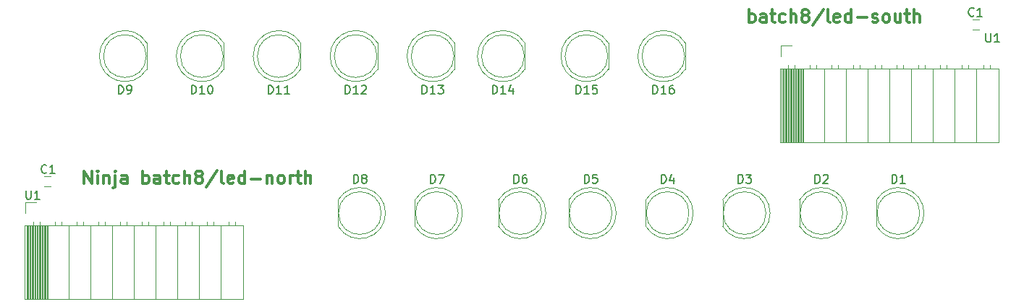
<source format=gto>
G04 #@! TF.GenerationSoftware,KiCad,Pcbnew,(5.1.6-0-10_14)*
G04 #@! TF.CreationDate,2021-06-29T11:03:14+09:00*
G04 #@! TF.ProjectId,qPCR-panel_led_20210629,71504352-2d70-4616-9e65-6c5f6c65645f,rev?*
G04 #@! TF.SameCoordinates,Original*
G04 #@! TF.FileFunction,Legend,Top*
G04 #@! TF.FilePolarity,Positive*
%FSLAX46Y46*%
G04 Gerber Fmt 4.6, Leading zero omitted, Abs format (unit mm)*
G04 Created by KiCad (PCBNEW (5.1.6-0-10_14)) date 2021-06-29 11:03:14*
%MOMM*%
%LPD*%
G01*
G04 APERTURE LIST*
%ADD10C,0.300000*%
%ADD11C,0.120000*%
%ADD12C,0.150000*%
G04 APERTURE END LIST*
D10*
X88249999Y-67678571D02*
X88249999Y-66178571D01*
X89107142Y-67678571D01*
X89107142Y-66178571D01*
X89821428Y-67678571D02*
X89821428Y-66678571D01*
X89821428Y-66178571D02*
X89749999Y-66250000D01*
X89821428Y-66321428D01*
X89892857Y-66250000D01*
X89821428Y-66178571D01*
X89821428Y-66321428D01*
X90535714Y-66678571D02*
X90535714Y-67678571D01*
X90535714Y-66821428D02*
X90607142Y-66750000D01*
X90749999Y-66678571D01*
X90964285Y-66678571D01*
X91107142Y-66750000D01*
X91178571Y-66892857D01*
X91178571Y-67678571D01*
X91892857Y-66678571D02*
X91892857Y-67964285D01*
X91821428Y-68107142D01*
X91678571Y-68178571D01*
X91607142Y-68178571D01*
X91892857Y-66178571D02*
X91821428Y-66250000D01*
X91892857Y-66321428D01*
X91964285Y-66250000D01*
X91892857Y-66178571D01*
X91892857Y-66321428D01*
X93249999Y-67678571D02*
X93249999Y-66892857D01*
X93178571Y-66750000D01*
X93035714Y-66678571D01*
X92749999Y-66678571D01*
X92607142Y-66750000D01*
X93249999Y-67607142D02*
X93107142Y-67678571D01*
X92749999Y-67678571D01*
X92607142Y-67607142D01*
X92535714Y-67464285D01*
X92535714Y-67321428D01*
X92607142Y-67178571D01*
X92749999Y-67107142D01*
X93107142Y-67107142D01*
X93249999Y-67035714D01*
X95107142Y-67678571D02*
X95107142Y-66178571D01*
X95107142Y-66750000D02*
X95249999Y-66678571D01*
X95535714Y-66678571D01*
X95678571Y-66750000D01*
X95749999Y-66821428D01*
X95821428Y-66964285D01*
X95821428Y-67392857D01*
X95749999Y-67535714D01*
X95678571Y-67607142D01*
X95535714Y-67678571D01*
X95249999Y-67678571D01*
X95107142Y-67607142D01*
X97107142Y-67678571D02*
X97107142Y-66892857D01*
X97035714Y-66750000D01*
X96892857Y-66678571D01*
X96607142Y-66678571D01*
X96464285Y-66750000D01*
X97107142Y-67607142D02*
X96964285Y-67678571D01*
X96607142Y-67678571D01*
X96464285Y-67607142D01*
X96392857Y-67464285D01*
X96392857Y-67321428D01*
X96464285Y-67178571D01*
X96607142Y-67107142D01*
X96964285Y-67107142D01*
X97107142Y-67035714D01*
X97607142Y-66678571D02*
X98178571Y-66678571D01*
X97821428Y-66178571D02*
X97821428Y-67464285D01*
X97892857Y-67607142D01*
X98035714Y-67678571D01*
X98178571Y-67678571D01*
X99321428Y-67607142D02*
X99178571Y-67678571D01*
X98892857Y-67678571D01*
X98749999Y-67607142D01*
X98678571Y-67535714D01*
X98607142Y-67392857D01*
X98607142Y-66964285D01*
X98678571Y-66821428D01*
X98749999Y-66750000D01*
X98892857Y-66678571D01*
X99178571Y-66678571D01*
X99321428Y-66750000D01*
X99964285Y-67678571D02*
X99964285Y-66178571D01*
X100607142Y-67678571D02*
X100607142Y-66892857D01*
X100535714Y-66750000D01*
X100392857Y-66678571D01*
X100178571Y-66678571D01*
X100035714Y-66750000D01*
X99964285Y-66821428D01*
X101535714Y-66821428D02*
X101392857Y-66750000D01*
X101321428Y-66678571D01*
X101249999Y-66535714D01*
X101249999Y-66464285D01*
X101321428Y-66321428D01*
X101392857Y-66250000D01*
X101535714Y-66178571D01*
X101821428Y-66178571D01*
X101964285Y-66250000D01*
X102035714Y-66321428D01*
X102107142Y-66464285D01*
X102107142Y-66535714D01*
X102035714Y-66678571D01*
X101964285Y-66750000D01*
X101821428Y-66821428D01*
X101535714Y-66821428D01*
X101392857Y-66892857D01*
X101321428Y-66964285D01*
X101249999Y-67107142D01*
X101249999Y-67392857D01*
X101321428Y-67535714D01*
X101392857Y-67607142D01*
X101535714Y-67678571D01*
X101821428Y-67678571D01*
X101964285Y-67607142D01*
X102035714Y-67535714D01*
X102107142Y-67392857D01*
X102107142Y-67107142D01*
X102035714Y-66964285D01*
X101964285Y-66892857D01*
X101821428Y-66821428D01*
X103821428Y-66107142D02*
X102535714Y-68035714D01*
X104535714Y-67678571D02*
X104392857Y-67607142D01*
X104321428Y-67464285D01*
X104321428Y-66178571D01*
X105678571Y-67607142D02*
X105535714Y-67678571D01*
X105249999Y-67678571D01*
X105107142Y-67607142D01*
X105035714Y-67464285D01*
X105035714Y-66892857D01*
X105107142Y-66750000D01*
X105249999Y-66678571D01*
X105535714Y-66678571D01*
X105678571Y-66750000D01*
X105749999Y-66892857D01*
X105749999Y-67035714D01*
X105035714Y-67178571D01*
X107035714Y-67678571D02*
X107035714Y-66178571D01*
X107035714Y-67607142D02*
X106892857Y-67678571D01*
X106607142Y-67678571D01*
X106464285Y-67607142D01*
X106392857Y-67535714D01*
X106321428Y-67392857D01*
X106321428Y-66964285D01*
X106392857Y-66821428D01*
X106464285Y-66750000D01*
X106607142Y-66678571D01*
X106892857Y-66678571D01*
X107035714Y-66750000D01*
X107750000Y-67107142D02*
X108892857Y-67107142D01*
X109607142Y-66678571D02*
X109607142Y-67678571D01*
X109607142Y-66821428D02*
X109678571Y-66750000D01*
X109821428Y-66678571D01*
X110035714Y-66678571D01*
X110178571Y-66750000D01*
X110250000Y-66892857D01*
X110250000Y-67678571D01*
X111178571Y-67678571D02*
X111035714Y-67607142D01*
X110964285Y-67535714D01*
X110892857Y-67392857D01*
X110892857Y-66964285D01*
X110964285Y-66821428D01*
X111035714Y-66750000D01*
X111178571Y-66678571D01*
X111392857Y-66678571D01*
X111535714Y-66750000D01*
X111607142Y-66821428D01*
X111678571Y-66964285D01*
X111678571Y-67392857D01*
X111607142Y-67535714D01*
X111535714Y-67607142D01*
X111392857Y-67678571D01*
X111178571Y-67678571D01*
X112321428Y-67678571D02*
X112321428Y-66678571D01*
X112321428Y-66964285D02*
X112392857Y-66821428D01*
X112464285Y-66750000D01*
X112607142Y-66678571D01*
X112750000Y-66678571D01*
X113035714Y-66678571D02*
X113607142Y-66678571D01*
X113250000Y-66178571D02*
X113250000Y-67464285D01*
X113321428Y-67607142D01*
X113464285Y-67678571D01*
X113607142Y-67678571D01*
X114107142Y-67678571D02*
X114107142Y-66178571D01*
X114750000Y-67678571D02*
X114750000Y-66892857D01*
X114678571Y-66750000D01*
X114535714Y-66678571D01*
X114321428Y-66678571D01*
X114178571Y-66750000D01*
X114107142Y-66821428D01*
X166035714Y-48778571D02*
X166035714Y-47278571D01*
X166035714Y-47850000D02*
X166178571Y-47778571D01*
X166464285Y-47778571D01*
X166607142Y-47850000D01*
X166678571Y-47921428D01*
X166750000Y-48064285D01*
X166750000Y-48492857D01*
X166678571Y-48635714D01*
X166607142Y-48707142D01*
X166464285Y-48778571D01*
X166178571Y-48778571D01*
X166035714Y-48707142D01*
X168035714Y-48778571D02*
X168035714Y-47992857D01*
X167964285Y-47850000D01*
X167821428Y-47778571D01*
X167535714Y-47778571D01*
X167392857Y-47850000D01*
X168035714Y-48707142D02*
X167892857Y-48778571D01*
X167535714Y-48778571D01*
X167392857Y-48707142D01*
X167321428Y-48564285D01*
X167321428Y-48421428D01*
X167392857Y-48278571D01*
X167535714Y-48207142D01*
X167892857Y-48207142D01*
X168035714Y-48135714D01*
X168535714Y-47778571D02*
X169107142Y-47778571D01*
X168750000Y-47278571D02*
X168750000Y-48564285D01*
X168821428Y-48707142D01*
X168964285Y-48778571D01*
X169107142Y-48778571D01*
X170250000Y-48707142D02*
X170107142Y-48778571D01*
X169821428Y-48778571D01*
X169678571Y-48707142D01*
X169607142Y-48635714D01*
X169535714Y-48492857D01*
X169535714Y-48064285D01*
X169607142Y-47921428D01*
X169678571Y-47850000D01*
X169821428Y-47778571D01*
X170107142Y-47778571D01*
X170250000Y-47850000D01*
X170892857Y-48778571D02*
X170892857Y-47278571D01*
X171535714Y-48778571D02*
X171535714Y-47992857D01*
X171464285Y-47850000D01*
X171321428Y-47778571D01*
X171107142Y-47778571D01*
X170964285Y-47850000D01*
X170892857Y-47921428D01*
X172464285Y-47921428D02*
X172321428Y-47850000D01*
X172250000Y-47778571D01*
X172178571Y-47635714D01*
X172178571Y-47564285D01*
X172250000Y-47421428D01*
X172321428Y-47350000D01*
X172464285Y-47278571D01*
X172750000Y-47278571D01*
X172892857Y-47350000D01*
X172964285Y-47421428D01*
X173035714Y-47564285D01*
X173035714Y-47635714D01*
X172964285Y-47778571D01*
X172892857Y-47850000D01*
X172750000Y-47921428D01*
X172464285Y-47921428D01*
X172321428Y-47992857D01*
X172250000Y-48064285D01*
X172178571Y-48207142D01*
X172178571Y-48492857D01*
X172250000Y-48635714D01*
X172321428Y-48707142D01*
X172464285Y-48778571D01*
X172750000Y-48778571D01*
X172892857Y-48707142D01*
X172964285Y-48635714D01*
X173035714Y-48492857D01*
X173035714Y-48207142D01*
X172964285Y-48064285D01*
X172892857Y-47992857D01*
X172750000Y-47921428D01*
X174750000Y-47207142D02*
X173464285Y-49135714D01*
X175464285Y-48778571D02*
X175321428Y-48707142D01*
X175250000Y-48564285D01*
X175250000Y-47278571D01*
X176607142Y-48707142D02*
X176464285Y-48778571D01*
X176178571Y-48778571D01*
X176035714Y-48707142D01*
X175964285Y-48564285D01*
X175964285Y-47992857D01*
X176035714Y-47850000D01*
X176178571Y-47778571D01*
X176464285Y-47778571D01*
X176607142Y-47850000D01*
X176678571Y-47992857D01*
X176678571Y-48135714D01*
X175964285Y-48278571D01*
X177964285Y-48778571D02*
X177964285Y-47278571D01*
X177964285Y-48707142D02*
X177821428Y-48778571D01*
X177535714Y-48778571D01*
X177392857Y-48707142D01*
X177321428Y-48635714D01*
X177250000Y-48492857D01*
X177250000Y-48064285D01*
X177321428Y-47921428D01*
X177392857Y-47850000D01*
X177535714Y-47778571D01*
X177821428Y-47778571D01*
X177964285Y-47850000D01*
X178678571Y-48207142D02*
X179821428Y-48207142D01*
X180464285Y-48707142D02*
X180607142Y-48778571D01*
X180892857Y-48778571D01*
X181035714Y-48707142D01*
X181107142Y-48564285D01*
X181107142Y-48492857D01*
X181035714Y-48350000D01*
X180892857Y-48278571D01*
X180678571Y-48278571D01*
X180535714Y-48207142D01*
X180464285Y-48064285D01*
X180464285Y-47992857D01*
X180535714Y-47850000D01*
X180678571Y-47778571D01*
X180892857Y-47778571D01*
X181035714Y-47850000D01*
X181964285Y-48778571D02*
X181821428Y-48707142D01*
X181750000Y-48635714D01*
X181678571Y-48492857D01*
X181678571Y-48064285D01*
X181750000Y-47921428D01*
X181821428Y-47850000D01*
X181964285Y-47778571D01*
X182178571Y-47778571D01*
X182321428Y-47850000D01*
X182392857Y-47921428D01*
X182464285Y-48064285D01*
X182464285Y-48492857D01*
X182392857Y-48635714D01*
X182321428Y-48707142D01*
X182178571Y-48778571D01*
X181964285Y-48778571D01*
X183750000Y-47778571D02*
X183750000Y-48778571D01*
X183107142Y-47778571D02*
X183107142Y-48564285D01*
X183178571Y-48707142D01*
X183321428Y-48778571D01*
X183535714Y-48778571D01*
X183678571Y-48707142D01*
X183750000Y-48635714D01*
X184250000Y-47778571D02*
X184821428Y-47778571D01*
X184464285Y-47278571D02*
X184464285Y-48564285D01*
X184535714Y-48707142D01*
X184678571Y-48778571D01*
X184821428Y-48778571D01*
X185321428Y-48778571D02*
X185321428Y-47278571D01*
X185964285Y-48778571D02*
X185964285Y-47992857D01*
X185892857Y-47850000D01*
X185750000Y-47778571D01*
X185535714Y-47778571D01*
X185392857Y-47850000D01*
X185321428Y-47921428D01*
D11*
X180940000Y-69577000D02*
X180940000Y-72667000D01*
X186000000Y-71122000D02*
G75*
G03*
X186000000Y-71122000I-2500000J0D01*
G01*
X186490000Y-71122462D02*
G75*
G03*
X180940000Y-69577170I-2990000J462D01*
G01*
X186490000Y-71121538D02*
G75*
G02*
X180940000Y-72666830I-2990000J-462D01*
G01*
X177000000Y-71122000D02*
G75*
G03*
X177000000Y-71122000I-2500000J0D01*
G01*
X171940000Y-69577000D02*
X171940000Y-72667000D01*
X177490000Y-71121538D02*
G75*
G02*
X171940000Y-72666830I-2990000J-462D01*
G01*
X177490000Y-71122462D02*
G75*
G03*
X171940000Y-69577170I-2990000J462D01*
G01*
X162940000Y-69577000D02*
X162940000Y-72667000D01*
X168000000Y-71122000D02*
G75*
G03*
X168000000Y-71122000I-2500000J0D01*
G01*
X168490000Y-71122462D02*
G75*
G03*
X162940000Y-69577170I-2990000J462D01*
G01*
X168490000Y-71121538D02*
G75*
G02*
X162940000Y-72666830I-2990000J-462D01*
G01*
X159000000Y-71122000D02*
G75*
G03*
X159000000Y-71122000I-2500000J0D01*
G01*
X153940000Y-69577000D02*
X153940000Y-72667000D01*
X159490000Y-71121538D02*
G75*
G02*
X153940000Y-72666830I-2990000J-462D01*
G01*
X159490000Y-71122462D02*
G75*
G03*
X153940000Y-69577170I-2990000J462D01*
G01*
X144940000Y-69577000D02*
X144940000Y-72667000D01*
X150000000Y-71122000D02*
G75*
G03*
X150000000Y-71122000I-2500000J0D01*
G01*
X150490000Y-71122462D02*
G75*
G03*
X144940000Y-69577170I-2990000J462D01*
G01*
X150490000Y-71121538D02*
G75*
G02*
X144940000Y-72666830I-2990000J-462D01*
G01*
X141770000Y-71122000D02*
G75*
G03*
X141770000Y-71122000I-2500000J0D01*
G01*
X136710000Y-69577000D02*
X136710000Y-72667000D01*
X142260000Y-71121538D02*
G75*
G02*
X136710000Y-72666830I-2990000J-462D01*
G01*
X142260000Y-71122462D02*
G75*
G03*
X136710000Y-69577170I-2990000J462D01*
G01*
X126940000Y-69577000D02*
X126940000Y-72667000D01*
X132000000Y-71122000D02*
G75*
G03*
X132000000Y-71122000I-2500000J0D01*
G01*
X132490000Y-71122462D02*
G75*
G03*
X126940000Y-69577170I-2990000J462D01*
G01*
X132490000Y-71121538D02*
G75*
G02*
X126940000Y-72666830I-2990000J-462D01*
G01*
X123000000Y-71122000D02*
G75*
G03*
X123000000Y-71122000I-2500000J0D01*
G01*
X117940000Y-69577000D02*
X117940000Y-72667000D01*
X123490000Y-71121538D02*
G75*
G02*
X117940000Y-72666830I-2990000J-462D01*
G01*
X123490000Y-71122462D02*
G75*
G03*
X117940000Y-69577170I-2990000J462D01*
G01*
X81304254Y-72582000D02*
X83904254Y-72582000D01*
X83904254Y-72582000D02*
X83904254Y-81212000D01*
X83904254Y-81212000D02*
X81304254Y-81212000D01*
X81304254Y-81212000D02*
X81304254Y-72582000D01*
X82254254Y-72152000D02*
X82254254Y-72582000D01*
X83014254Y-72152000D02*
X83014254Y-72582000D01*
X81484254Y-72582000D02*
X81484254Y-81212000D01*
X81604254Y-72582000D02*
X81604254Y-81212000D01*
X81724254Y-72582000D02*
X81724254Y-81212000D01*
X81844254Y-72582000D02*
X81844254Y-81212000D01*
X81964254Y-72582000D02*
X81964254Y-81212000D01*
X82084254Y-72582000D02*
X82084254Y-81212000D01*
X82204254Y-72582000D02*
X82204254Y-81212000D01*
X82324254Y-72582000D02*
X82324254Y-81212000D01*
X82444254Y-72582000D02*
X82444254Y-81212000D01*
X82564254Y-72582000D02*
X82564254Y-81212000D01*
X82684254Y-72582000D02*
X82684254Y-81212000D01*
X82804254Y-72582000D02*
X82804254Y-81212000D01*
X82924254Y-72582000D02*
X82924254Y-81212000D01*
X83044254Y-72582000D02*
X83044254Y-81212000D01*
X83164254Y-72582000D02*
X83164254Y-81212000D01*
X83284254Y-72582000D02*
X83284254Y-81212000D01*
X83404254Y-72582000D02*
X83404254Y-81212000D01*
X83524254Y-72582000D02*
X83524254Y-81212000D01*
X83644254Y-72582000D02*
X83644254Y-81212000D01*
X83764254Y-72582000D02*
X83764254Y-81212000D01*
X83884254Y-72582000D02*
X83884254Y-81212000D01*
X84004254Y-72582000D02*
X84004254Y-81212000D01*
X83904254Y-72582000D02*
X86444254Y-72582000D01*
X86444254Y-72582000D02*
X86444254Y-81212000D01*
X86444254Y-81212000D02*
X83904254Y-81212000D01*
X83904254Y-81212000D02*
X83904254Y-72582000D01*
X84794254Y-72152000D02*
X84794254Y-72582000D01*
X85554254Y-72152000D02*
X85554254Y-72582000D01*
X86444254Y-72582000D02*
X88984254Y-72582000D01*
X88984254Y-72582000D02*
X88984254Y-81212000D01*
X88984254Y-81212000D02*
X86444254Y-81212000D01*
X86444254Y-81212000D02*
X86444254Y-72582000D01*
X87334254Y-72152000D02*
X87334254Y-72582000D01*
X88094254Y-72152000D02*
X88094254Y-72582000D01*
X88984254Y-72582000D02*
X91524254Y-72582000D01*
X91524254Y-72582000D02*
X91524254Y-81212000D01*
X91524254Y-81212000D02*
X88984254Y-81212000D01*
X88984254Y-81212000D02*
X88984254Y-72582000D01*
X89874254Y-72152000D02*
X89874254Y-72582000D01*
X90634254Y-72152000D02*
X90634254Y-72582000D01*
X91524254Y-72582000D02*
X94064254Y-72582000D01*
X94064254Y-72582000D02*
X94064254Y-81212000D01*
X94064254Y-81212000D02*
X91524254Y-81212000D01*
X91524254Y-81212000D02*
X91524254Y-72582000D01*
X92414254Y-72152000D02*
X92414254Y-72582000D01*
X93174254Y-72152000D02*
X93174254Y-72582000D01*
X94064254Y-72582000D02*
X96604254Y-72582000D01*
X96604254Y-72582000D02*
X96604254Y-81212000D01*
X96604254Y-81212000D02*
X94064254Y-81212000D01*
X94064254Y-81212000D02*
X94064254Y-72582000D01*
X94954254Y-72152000D02*
X94954254Y-72582000D01*
X95714254Y-72152000D02*
X95714254Y-72582000D01*
X96604254Y-72582000D02*
X99144254Y-72582000D01*
X99144254Y-72582000D02*
X99144254Y-81212000D01*
X99144254Y-81212000D02*
X96604254Y-81212000D01*
X96604254Y-81212000D02*
X96604254Y-72582000D01*
X97494254Y-72152000D02*
X97494254Y-72582000D01*
X98254254Y-72152000D02*
X98254254Y-72582000D01*
X99144254Y-72582000D02*
X101684254Y-72582000D01*
X101684254Y-72582000D02*
X101684254Y-81212000D01*
X101684254Y-81212000D02*
X99144254Y-81212000D01*
X99144254Y-81212000D02*
X99144254Y-72582000D01*
X100034254Y-72152000D02*
X100034254Y-72582000D01*
X100794254Y-72152000D02*
X100794254Y-72582000D01*
X101684254Y-72582000D02*
X104224254Y-72582000D01*
X104224254Y-72582000D02*
X104224254Y-81212000D01*
X104224254Y-81212000D02*
X101684254Y-81212000D01*
X101684254Y-81212000D02*
X101684254Y-72582000D01*
X102574254Y-72152000D02*
X102574254Y-72582000D01*
X103334254Y-72152000D02*
X103334254Y-72582000D01*
X104224254Y-72582000D02*
X106824254Y-72582000D01*
X106824254Y-72582000D02*
X106824254Y-81212000D01*
X106824254Y-81212000D02*
X104224254Y-81212000D01*
X104224254Y-81212000D02*
X104224254Y-72582000D01*
X105114254Y-72152000D02*
X105114254Y-72582000D01*
X105874254Y-72152000D02*
X105874254Y-72582000D01*
X81364254Y-71122000D02*
X81364254Y-69852000D01*
X81364254Y-69852000D02*
X82634254Y-69852000D01*
X83580000Y-66792000D02*
X84280000Y-66792000D01*
X84280000Y-67992000D02*
X83580000Y-67992000D01*
X192920000Y-49592000D02*
X192220000Y-49592000D01*
X192220000Y-48392000D02*
X192920000Y-48392000D01*
X95560000Y-54267000D02*
X95560000Y-51177000D01*
X95500000Y-52722000D02*
G75*
G03*
X95500000Y-52722000I-2500000J0D01*
G01*
X90010000Y-52721538D02*
G75*
G03*
X95560000Y-54266830I2990000J-462D01*
G01*
X90010000Y-52722462D02*
G75*
G02*
X95560000Y-51177170I2990000J462D01*
G01*
X104500000Y-52722000D02*
G75*
G03*
X104500000Y-52722000I-2500000J0D01*
G01*
X104560000Y-54267000D02*
X104560000Y-51177000D01*
X99010000Y-52722462D02*
G75*
G02*
X104560000Y-51177170I2990000J462D01*
G01*
X99010000Y-52721538D02*
G75*
G03*
X104560000Y-54266830I2990000J-462D01*
G01*
X113560000Y-54267000D02*
X113560000Y-51177000D01*
X113500000Y-52722000D02*
G75*
G03*
X113500000Y-52722000I-2500000J0D01*
G01*
X108010000Y-52721538D02*
G75*
G03*
X113560000Y-54266830I2990000J-462D01*
G01*
X108010000Y-52722462D02*
G75*
G02*
X113560000Y-51177170I2990000J462D01*
G01*
X122500000Y-52722000D02*
G75*
G03*
X122500000Y-52722000I-2500000J0D01*
G01*
X122560000Y-54267000D02*
X122560000Y-51177000D01*
X117010000Y-52722462D02*
G75*
G02*
X122560000Y-51177170I2990000J462D01*
G01*
X117010000Y-52721538D02*
G75*
G03*
X122560000Y-54266830I2990000J-462D01*
G01*
X131560000Y-54267000D02*
X131560000Y-51177000D01*
X131500000Y-52722000D02*
G75*
G03*
X131500000Y-52722000I-2500000J0D01*
G01*
X126010000Y-52721538D02*
G75*
G03*
X131560000Y-54266830I2990000J-462D01*
G01*
X126010000Y-52722462D02*
G75*
G02*
X131560000Y-51177170I2990000J462D01*
G01*
X139730000Y-52722000D02*
G75*
G03*
X139730000Y-52722000I-2500000J0D01*
G01*
X139790000Y-54267000D02*
X139790000Y-51177000D01*
X134240000Y-52722462D02*
G75*
G02*
X139790000Y-51177170I2990000J462D01*
G01*
X134240000Y-52721538D02*
G75*
G03*
X139790000Y-54266830I2990000J-462D01*
G01*
X149560000Y-54267000D02*
X149560000Y-51177000D01*
X149500000Y-52722000D02*
G75*
G03*
X149500000Y-52722000I-2500000J0D01*
G01*
X144010000Y-52721538D02*
G75*
G03*
X149560000Y-54266830I2990000J-462D01*
G01*
X144010000Y-52722462D02*
G75*
G02*
X149560000Y-51177170I2990000J462D01*
G01*
X158500000Y-52722000D02*
G75*
G03*
X158500000Y-52722000I-2500000J0D01*
G01*
X158560000Y-54267000D02*
X158560000Y-51177000D01*
X153010000Y-52722462D02*
G75*
G02*
X158560000Y-51177170I2990000J462D01*
G01*
X153010000Y-52721538D02*
G75*
G03*
X158560000Y-54266830I2990000J-462D01*
G01*
X169675746Y-54182000D02*
X172275746Y-54182000D01*
X172275746Y-54182000D02*
X172275746Y-62812000D01*
X172275746Y-62812000D02*
X169675746Y-62812000D01*
X169675746Y-62812000D02*
X169675746Y-54182000D01*
X170625746Y-53752000D02*
X170625746Y-54182000D01*
X171385746Y-53752000D02*
X171385746Y-54182000D01*
X169855746Y-54182000D02*
X169855746Y-62812000D01*
X169975746Y-54182000D02*
X169975746Y-62812000D01*
X170095746Y-54182000D02*
X170095746Y-62812000D01*
X170215746Y-54182000D02*
X170215746Y-62812000D01*
X170335746Y-54182000D02*
X170335746Y-62812000D01*
X170455746Y-54182000D02*
X170455746Y-62812000D01*
X170575746Y-54182000D02*
X170575746Y-62812000D01*
X170695746Y-54182000D02*
X170695746Y-62812000D01*
X170815746Y-54182000D02*
X170815746Y-62812000D01*
X170935746Y-54182000D02*
X170935746Y-62812000D01*
X171055746Y-54182000D02*
X171055746Y-62812000D01*
X171175746Y-54182000D02*
X171175746Y-62812000D01*
X171295746Y-54182000D02*
X171295746Y-62812000D01*
X171415746Y-54182000D02*
X171415746Y-62812000D01*
X171535746Y-54182000D02*
X171535746Y-62812000D01*
X171655746Y-54182000D02*
X171655746Y-62812000D01*
X171775746Y-54182000D02*
X171775746Y-62812000D01*
X171895746Y-54182000D02*
X171895746Y-62812000D01*
X172015746Y-54182000D02*
X172015746Y-62812000D01*
X172135746Y-54182000D02*
X172135746Y-62812000D01*
X172255746Y-54182000D02*
X172255746Y-62812000D01*
X172375746Y-54182000D02*
X172375746Y-62812000D01*
X172275746Y-54182000D02*
X174815746Y-54182000D01*
X174815746Y-54182000D02*
X174815746Y-62812000D01*
X174815746Y-62812000D02*
X172275746Y-62812000D01*
X172275746Y-62812000D02*
X172275746Y-54182000D01*
X173165746Y-53752000D02*
X173165746Y-54182000D01*
X173925746Y-53752000D02*
X173925746Y-54182000D01*
X174815746Y-54182000D02*
X177355746Y-54182000D01*
X177355746Y-54182000D02*
X177355746Y-62812000D01*
X177355746Y-62812000D02*
X174815746Y-62812000D01*
X174815746Y-62812000D02*
X174815746Y-54182000D01*
X175705746Y-53752000D02*
X175705746Y-54182000D01*
X176465746Y-53752000D02*
X176465746Y-54182000D01*
X177355746Y-54182000D02*
X179895746Y-54182000D01*
X179895746Y-54182000D02*
X179895746Y-62812000D01*
X179895746Y-62812000D02*
X177355746Y-62812000D01*
X177355746Y-62812000D02*
X177355746Y-54182000D01*
X178245746Y-53752000D02*
X178245746Y-54182000D01*
X179005746Y-53752000D02*
X179005746Y-54182000D01*
X179895746Y-54182000D02*
X182435746Y-54182000D01*
X182435746Y-54182000D02*
X182435746Y-62812000D01*
X182435746Y-62812000D02*
X179895746Y-62812000D01*
X179895746Y-62812000D02*
X179895746Y-54182000D01*
X180785746Y-53752000D02*
X180785746Y-54182000D01*
X181545746Y-53752000D02*
X181545746Y-54182000D01*
X182435746Y-54182000D02*
X184975746Y-54182000D01*
X184975746Y-54182000D02*
X184975746Y-62812000D01*
X184975746Y-62812000D02*
X182435746Y-62812000D01*
X182435746Y-62812000D02*
X182435746Y-54182000D01*
X183325746Y-53752000D02*
X183325746Y-54182000D01*
X184085746Y-53752000D02*
X184085746Y-54182000D01*
X184975746Y-54182000D02*
X187515746Y-54182000D01*
X187515746Y-54182000D02*
X187515746Y-62812000D01*
X187515746Y-62812000D02*
X184975746Y-62812000D01*
X184975746Y-62812000D02*
X184975746Y-54182000D01*
X185865746Y-53752000D02*
X185865746Y-54182000D01*
X186625746Y-53752000D02*
X186625746Y-54182000D01*
X187515746Y-54182000D02*
X190055746Y-54182000D01*
X190055746Y-54182000D02*
X190055746Y-62812000D01*
X190055746Y-62812000D02*
X187515746Y-62812000D01*
X187515746Y-62812000D02*
X187515746Y-54182000D01*
X188405746Y-53752000D02*
X188405746Y-54182000D01*
X189165746Y-53752000D02*
X189165746Y-54182000D01*
X190055746Y-54182000D02*
X192595746Y-54182000D01*
X192595746Y-54182000D02*
X192595746Y-62812000D01*
X192595746Y-62812000D02*
X190055746Y-62812000D01*
X190055746Y-62812000D02*
X190055746Y-54182000D01*
X190945746Y-53752000D02*
X190945746Y-54182000D01*
X191705746Y-53752000D02*
X191705746Y-54182000D01*
X192595746Y-54182000D02*
X195195746Y-54182000D01*
X195195746Y-54182000D02*
X195195746Y-62812000D01*
X195195746Y-62812000D02*
X192595746Y-62812000D01*
X192595746Y-62812000D02*
X192595746Y-54182000D01*
X193485746Y-53752000D02*
X193485746Y-54182000D01*
X194245746Y-53752000D02*
X194245746Y-54182000D01*
X169735746Y-52722000D02*
X169735746Y-51452000D01*
X169735746Y-51452000D02*
X171005746Y-51452000D01*
D12*
X182761904Y-67614380D02*
X182761904Y-66614380D01*
X183000000Y-66614380D01*
X183142857Y-66662000D01*
X183238095Y-66757238D01*
X183285714Y-66852476D01*
X183333333Y-67042952D01*
X183333333Y-67185809D01*
X183285714Y-67376285D01*
X183238095Y-67471523D01*
X183142857Y-67566761D01*
X183000000Y-67614380D01*
X182761904Y-67614380D01*
X184285714Y-67614380D02*
X183714285Y-67614380D01*
X184000000Y-67614380D02*
X184000000Y-66614380D01*
X183904761Y-66757238D01*
X183809523Y-66852476D01*
X183714285Y-66900095D01*
X173761904Y-67614380D02*
X173761904Y-66614380D01*
X174000000Y-66614380D01*
X174142857Y-66662000D01*
X174238095Y-66757238D01*
X174285714Y-66852476D01*
X174333333Y-67042952D01*
X174333333Y-67185809D01*
X174285714Y-67376285D01*
X174238095Y-67471523D01*
X174142857Y-67566761D01*
X174000000Y-67614380D01*
X173761904Y-67614380D01*
X174714285Y-66709619D02*
X174761904Y-66662000D01*
X174857142Y-66614380D01*
X175095238Y-66614380D01*
X175190476Y-66662000D01*
X175238095Y-66709619D01*
X175285714Y-66804857D01*
X175285714Y-66900095D01*
X175238095Y-67042952D01*
X174666666Y-67614380D01*
X175285714Y-67614380D01*
X164761904Y-67614380D02*
X164761904Y-66614380D01*
X165000000Y-66614380D01*
X165142857Y-66662000D01*
X165238095Y-66757238D01*
X165285714Y-66852476D01*
X165333333Y-67042952D01*
X165333333Y-67185809D01*
X165285714Y-67376285D01*
X165238095Y-67471523D01*
X165142857Y-67566761D01*
X165000000Y-67614380D01*
X164761904Y-67614380D01*
X165666666Y-66614380D02*
X166285714Y-66614380D01*
X165952380Y-66995333D01*
X166095238Y-66995333D01*
X166190476Y-67042952D01*
X166238095Y-67090571D01*
X166285714Y-67185809D01*
X166285714Y-67423904D01*
X166238095Y-67519142D01*
X166190476Y-67566761D01*
X166095238Y-67614380D01*
X165809523Y-67614380D01*
X165714285Y-67566761D01*
X165666666Y-67519142D01*
X155761904Y-67614380D02*
X155761904Y-66614380D01*
X156000000Y-66614380D01*
X156142857Y-66662000D01*
X156238095Y-66757238D01*
X156285714Y-66852476D01*
X156333333Y-67042952D01*
X156333333Y-67185809D01*
X156285714Y-67376285D01*
X156238095Y-67471523D01*
X156142857Y-67566761D01*
X156000000Y-67614380D01*
X155761904Y-67614380D01*
X157190476Y-66947714D02*
X157190476Y-67614380D01*
X156952380Y-66566761D02*
X156714285Y-67281047D01*
X157333333Y-67281047D01*
X146761904Y-67614380D02*
X146761904Y-66614380D01*
X147000000Y-66614380D01*
X147142857Y-66662000D01*
X147238095Y-66757238D01*
X147285714Y-66852476D01*
X147333333Y-67042952D01*
X147333333Y-67185809D01*
X147285714Y-67376285D01*
X147238095Y-67471523D01*
X147142857Y-67566761D01*
X147000000Y-67614380D01*
X146761904Y-67614380D01*
X148238095Y-66614380D02*
X147761904Y-66614380D01*
X147714285Y-67090571D01*
X147761904Y-67042952D01*
X147857142Y-66995333D01*
X148095238Y-66995333D01*
X148190476Y-67042952D01*
X148238095Y-67090571D01*
X148285714Y-67185809D01*
X148285714Y-67423904D01*
X148238095Y-67519142D01*
X148190476Y-67566761D01*
X148095238Y-67614380D01*
X147857142Y-67614380D01*
X147761904Y-67566761D01*
X147714285Y-67519142D01*
X138531904Y-67614380D02*
X138531904Y-66614380D01*
X138770000Y-66614380D01*
X138912857Y-66662000D01*
X139008095Y-66757238D01*
X139055714Y-66852476D01*
X139103333Y-67042952D01*
X139103333Y-67185809D01*
X139055714Y-67376285D01*
X139008095Y-67471523D01*
X138912857Y-67566761D01*
X138770000Y-67614380D01*
X138531904Y-67614380D01*
X139960476Y-66614380D02*
X139770000Y-66614380D01*
X139674761Y-66662000D01*
X139627142Y-66709619D01*
X139531904Y-66852476D01*
X139484285Y-67042952D01*
X139484285Y-67423904D01*
X139531904Y-67519142D01*
X139579523Y-67566761D01*
X139674761Y-67614380D01*
X139865238Y-67614380D01*
X139960476Y-67566761D01*
X140008095Y-67519142D01*
X140055714Y-67423904D01*
X140055714Y-67185809D01*
X140008095Y-67090571D01*
X139960476Y-67042952D01*
X139865238Y-66995333D01*
X139674761Y-66995333D01*
X139579523Y-67042952D01*
X139531904Y-67090571D01*
X139484285Y-67185809D01*
X128761904Y-67614380D02*
X128761904Y-66614380D01*
X129000000Y-66614380D01*
X129142857Y-66662000D01*
X129238095Y-66757238D01*
X129285714Y-66852476D01*
X129333333Y-67042952D01*
X129333333Y-67185809D01*
X129285714Y-67376285D01*
X129238095Y-67471523D01*
X129142857Y-67566761D01*
X129000000Y-67614380D01*
X128761904Y-67614380D01*
X129666666Y-66614380D02*
X130333333Y-66614380D01*
X129904761Y-67614380D01*
X119761904Y-67614380D02*
X119761904Y-66614380D01*
X120000000Y-66614380D01*
X120142857Y-66662000D01*
X120238095Y-66757238D01*
X120285714Y-66852476D01*
X120333333Y-67042952D01*
X120333333Y-67185809D01*
X120285714Y-67376285D01*
X120238095Y-67471523D01*
X120142857Y-67566761D01*
X120000000Y-67614380D01*
X119761904Y-67614380D01*
X120904761Y-67042952D02*
X120809523Y-66995333D01*
X120761904Y-66947714D01*
X120714285Y-66852476D01*
X120714285Y-66804857D01*
X120761904Y-66709619D01*
X120809523Y-66662000D01*
X120904761Y-66614380D01*
X121095238Y-66614380D01*
X121190476Y-66662000D01*
X121238095Y-66709619D01*
X121285714Y-66804857D01*
X121285714Y-66852476D01*
X121238095Y-66947714D01*
X121190476Y-66995333D01*
X121095238Y-67042952D01*
X120904761Y-67042952D01*
X120809523Y-67090571D01*
X120761904Y-67138190D01*
X120714285Y-67233428D01*
X120714285Y-67423904D01*
X120761904Y-67519142D01*
X120809523Y-67566761D01*
X120904761Y-67614380D01*
X121095238Y-67614380D01*
X121190476Y-67566761D01*
X121238095Y-67519142D01*
X121285714Y-67423904D01*
X121285714Y-67233428D01*
X121238095Y-67138190D01*
X121190476Y-67090571D01*
X121095238Y-67042952D01*
X81438095Y-68474380D02*
X81438095Y-69283904D01*
X81485714Y-69379142D01*
X81533333Y-69426761D01*
X81628571Y-69474380D01*
X81819047Y-69474380D01*
X81914285Y-69426761D01*
X81961904Y-69379142D01*
X82009523Y-69283904D01*
X82009523Y-68474380D01*
X83009523Y-69474380D02*
X82438095Y-69474380D01*
X82723809Y-69474380D02*
X82723809Y-68474380D01*
X82628571Y-68617238D01*
X82533333Y-68712476D01*
X82438095Y-68760095D01*
X83833333Y-66357142D02*
X83785714Y-66404761D01*
X83642857Y-66452380D01*
X83547619Y-66452380D01*
X83404761Y-66404761D01*
X83309523Y-66309523D01*
X83261904Y-66214285D01*
X83214285Y-66023809D01*
X83214285Y-65880952D01*
X83261904Y-65690476D01*
X83309523Y-65595238D01*
X83404761Y-65500000D01*
X83547619Y-65452380D01*
X83642857Y-65452380D01*
X83785714Y-65500000D01*
X83833333Y-65547619D01*
X84785714Y-66452380D02*
X84214285Y-66452380D01*
X84500000Y-66452380D02*
X84500000Y-65452380D01*
X84404761Y-65595238D01*
X84309523Y-65690476D01*
X84214285Y-65738095D01*
X192333333Y-47957142D02*
X192285714Y-48004761D01*
X192142857Y-48052380D01*
X192047619Y-48052380D01*
X191904761Y-48004761D01*
X191809523Y-47909523D01*
X191761904Y-47814285D01*
X191714285Y-47623809D01*
X191714285Y-47480952D01*
X191761904Y-47290476D01*
X191809523Y-47195238D01*
X191904761Y-47100000D01*
X192047619Y-47052380D01*
X192142857Y-47052380D01*
X192285714Y-47100000D01*
X192333333Y-47147619D01*
X193285714Y-48052380D02*
X192714285Y-48052380D01*
X193000000Y-48052380D02*
X193000000Y-47052380D01*
X192904761Y-47195238D01*
X192809523Y-47290476D01*
X192714285Y-47338095D01*
X92261904Y-57134380D02*
X92261904Y-56134380D01*
X92500000Y-56134380D01*
X92642857Y-56182000D01*
X92738095Y-56277238D01*
X92785714Y-56372476D01*
X92833333Y-56562952D01*
X92833333Y-56705809D01*
X92785714Y-56896285D01*
X92738095Y-56991523D01*
X92642857Y-57086761D01*
X92500000Y-57134380D01*
X92261904Y-57134380D01*
X93309523Y-57134380D02*
X93500000Y-57134380D01*
X93595238Y-57086761D01*
X93642857Y-57039142D01*
X93738095Y-56896285D01*
X93785714Y-56705809D01*
X93785714Y-56324857D01*
X93738095Y-56229619D01*
X93690476Y-56182000D01*
X93595238Y-56134380D01*
X93404761Y-56134380D01*
X93309523Y-56182000D01*
X93261904Y-56229619D01*
X93214285Y-56324857D01*
X93214285Y-56562952D01*
X93261904Y-56658190D01*
X93309523Y-56705809D01*
X93404761Y-56753428D01*
X93595238Y-56753428D01*
X93690476Y-56705809D01*
X93738095Y-56658190D01*
X93785714Y-56562952D01*
X100785714Y-57134380D02*
X100785714Y-56134380D01*
X101023809Y-56134380D01*
X101166666Y-56182000D01*
X101261904Y-56277238D01*
X101309523Y-56372476D01*
X101357142Y-56562952D01*
X101357142Y-56705809D01*
X101309523Y-56896285D01*
X101261904Y-56991523D01*
X101166666Y-57086761D01*
X101023809Y-57134380D01*
X100785714Y-57134380D01*
X102309523Y-57134380D02*
X101738095Y-57134380D01*
X102023809Y-57134380D02*
X102023809Y-56134380D01*
X101928571Y-56277238D01*
X101833333Y-56372476D01*
X101738095Y-56420095D01*
X102928571Y-56134380D02*
X103023809Y-56134380D01*
X103119047Y-56182000D01*
X103166666Y-56229619D01*
X103214285Y-56324857D01*
X103261904Y-56515333D01*
X103261904Y-56753428D01*
X103214285Y-56943904D01*
X103166666Y-57039142D01*
X103119047Y-57086761D01*
X103023809Y-57134380D01*
X102928571Y-57134380D01*
X102833333Y-57086761D01*
X102785714Y-57039142D01*
X102738095Y-56943904D01*
X102690476Y-56753428D01*
X102690476Y-56515333D01*
X102738095Y-56324857D01*
X102785714Y-56229619D01*
X102833333Y-56182000D01*
X102928571Y-56134380D01*
X109785714Y-57134380D02*
X109785714Y-56134380D01*
X110023809Y-56134380D01*
X110166666Y-56182000D01*
X110261904Y-56277238D01*
X110309523Y-56372476D01*
X110357142Y-56562952D01*
X110357142Y-56705809D01*
X110309523Y-56896285D01*
X110261904Y-56991523D01*
X110166666Y-57086761D01*
X110023809Y-57134380D01*
X109785714Y-57134380D01*
X111309523Y-57134380D02*
X110738095Y-57134380D01*
X111023809Y-57134380D02*
X111023809Y-56134380D01*
X110928571Y-56277238D01*
X110833333Y-56372476D01*
X110738095Y-56420095D01*
X112261904Y-57134380D02*
X111690476Y-57134380D01*
X111976190Y-57134380D02*
X111976190Y-56134380D01*
X111880952Y-56277238D01*
X111785714Y-56372476D01*
X111690476Y-56420095D01*
X118785714Y-57134380D02*
X118785714Y-56134380D01*
X119023809Y-56134380D01*
X119166666Y-56182000D01*
X119261904Y-56277238D01*
X119309523Y-56372476D01*
X119357142Y-56562952D01*
X119357142Y-56705809D01*
X119309523Y-56896285D01*
X119261904Y-56991523D01*
X119166666Y-57086761D01*
X119023809Y-57134380D01*
X118785714Y-57134380D01*
X120309523Y-57134380D02*
X119738095Y-57134380D01*
X120023809Y-57134380D02*
X120023809Y-56134380D01*
X119928571Y-56277238D01*
X119833333Y-56372476D01*
X119738095Y-56420095D01*
X120690476Y-56229619D02*
X120738095Y-56182000D01*
X120833333Y-56134380D01*
X121071428Y-56134380D01*
X121166666Y-56182000D01*
X121214285Y-56229619D01*
X121261904Y-56324857D01*
X121261904Y-56420095D01*
X121214285Y-56562952D01*
X120642857Y-57134380D01*
X121261904Y-57134380D01*
X127785714Y-57134380D02*
X127785714Y-56134380D01*
X128023809Y-56134380D01*
X128166666Y-56182000D01*
X128261904Y-56277238D01*
X128309523Y-56372476D01*
X128357142Y-56562952D01*
X128357142Y-56705809D01*
X128309523Y-56896285D01*
X128261904Y-56991523D01*
X128166666Y-57086761D01*
X128023809Y-57134380D01*
X127785714Y-57134380D01*
X129309523Y-57134380D02*
X128738095Y-57134380D01*
X129023809Y-57134380D02*
X129023809Y-56134380D01*
X128928571Y-56277238D01*
X128833333Y-56372476D01*
X128738095Y-56420095D01*
X129642857Y-56134380D02*
X130261904Y-56134380D01*
X129928571Y-56515333D01*
X130071428Y-56515333D01*
X130166666Y-56562952D01*
X130214285Y-56610571D01*
X130261904Y-56705809D01*
X130261904Y-56943904D01*
X130214285Y-57039142D01*
X130166666Y-57086761D01*
X130071428Y-57134380D01*
X129785714Y-57134380D01*
X129690476Y-57086761D01*
X129642857Y-57039142D01*
X136015714Y-57134380D02*
X136015714Y-56134380D01*
X136253809Y-56134380D01*
X136396666Y-56182000D01*
X136491904Y-56277238D01*
X136539523Y-56372476D01*
X136587142Y-56562952D01*
X136587142Y-56705809D01*
X136539523Y-56896285D01*
X136491904Y-56991523D01*
X136396666Y-57086761D01*
X136253809Y-57134380D01*
X136015714Y-57134380D01*
X137539523Y-57134380D02*
X136968095Y-57134380D01*
X137253809Y-57134380D02*
X137253809Y-56134380D01*
X137158571Y-56277238D01*
X137063333Y-56372476D01*
X136968095Y-56420095D01*
X138396666Y-56467714D02*
X138396666Y-57134380D01*
X138158571Y-56086761D02*
X137920476Y-56801047D01*
X138539523Y-56801047D01*
X145785714Y-57134380D02*
X145785714Y-56134380D01*
X146023809Y-56134380D01*
X146166666Y-56182000D01*
X146261904Y-56277238D01*
X146309523Y-56372476D01*
X146357142Y-56562952D01*
X146357142Y-56705809D01*
X146309523Y-56896285D01*
X146261904Y-56991523D01*
X146166666Y-57086761D01*
X146023809Y-57134380D01*
X145785714Y-57134380D01*
X147309523Y-57134380D02*
X146738095Y-57134380D01*
X147023809Y-57134380D02*
X147023809Y-56134380D01*
X146928571Y-56277238D01*
X146833333Y-56372476D01*
X146738095Y-56420095D01*
X148214285Y-56134380D02*
X147738095Y-56134380D01*
X147690476Y-56610571D01*
X147738095Y-56562952D01*
X147833333Y-56515333D01*
X148071428Y-56515333D01*
X148166666Y-56562952D01*
X148214285Y-56610571D01*
X148261904Y-56705809D01*
X148261904Y-56943904D01*
X148214285Y-57039142D01*
X148166666Y-57086761D01*
X148071428Y-57134380D01*
X147833333Y-57134380D01*
X147738095Y-57086761D01*
X147690476Y-57039142D01*
X154785714Y-57134380D02*
X154785714Y-56134380D01*
X155023809Y-56134380D01*
X155166666Y-56182000D01*
X155261904Y-56277238D01*
X155309523Y-56372476D01*
X155357142Y-56562952D01*
X155357142Y-56705809D01*
X155309523Y-56896285D01*
X155261904Y-56991523D01*
X155166666Y-57086761D01*
X155023809Y-57134380D01*
X154785714Y-57134380D01*
X156309523Y-57134380D02*
X155738095Y-57134380D01*
X156023809Y-57134380D02*
X156023809Y-56134380D01*
X155928571Y-56277238D01*
X155833333Y-56372476D01*
X155738095Y-56420095D01*
X157166666Y-56134380D02*
X156976190Y-56134380D01*
X156880952Y-56182000D01*
X156833333Y-56229619D01*
X156738095Y-56372476D01*
X156690476Y-56562952D01*
X156690476Y-56943904D01*
X156738095Y-57039142D01*
X156785714Y-57086761D01*
X156880952Y-57134380D01*
X157071428Y-57134380D01*
X157166666Y-57086761D01*
X157214285Y-57039142D01*
X157261904Y-56943904D01*
X157261904Y-56705809D01*
X157214285Y-56610571D01*
X157166666Y-56562952D01*
X157071428Y-56515333D01*
X156880952Y-56515333D01*
X156785714Y-56562952D01*
X156738095Y-56610571D01*
X156690476Y-56705809D01*
X193738095Y-50074380D02*
X193738095Y-50883904D01*
X193785714Y-50979142D01*
X193833333Y-51026761D01*
X193928571Y-51074380D01*
X194119047Y-51074380D01*
X194214285Y-51026761D01*
X194261904Y-50979142D01*
X194309523Y-50883904D01*
X194309523Y-50074380D01*
X195309523Y-51074380D02*
X194738095Y-51074380D01*
X195023809Y-51074380D02*
X195023809Y-50074380D01*
X194928571Y-50217238D01*
X194833333Y-50312476D01*
X194738095Y-50360095D01*
M02*

</source>
